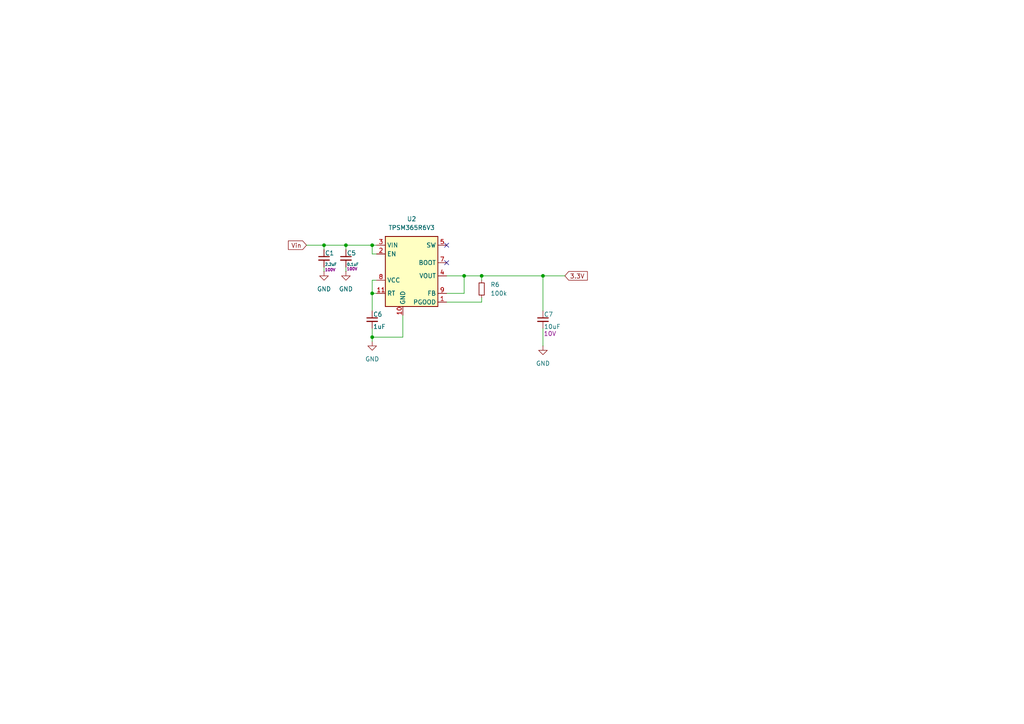
<source format=kicad_sch>
(kicad_sch (version 20231120) (generator "eeschema") (generator_version "8.0")
  (paper "A4")
  (lib_symbols
    (symbol "Device:C_Small" (pin_numbers hide) (pin_names (offset 0.254) hide)
      (property "Reference" "C" (at 0.254 1.778 0))
      (property "Value" "C_Small" (at 0.254 -2.032 0))
      (symbol "C_Small_0_1"
        (polyline (pts (xy -1.524 -0.508) (xy 1.524 -0.508)) (stroke (width 0.3302)))
        (polyline (pts (xy -1.524 0.508) (xy 1.524 0.508)) (stroke (width 0.3048)))
      )
      (symbol "C_Small_1_1"
        (pin passive line (at 0 2.54 270) (length 2.032) (name "~") (number "1"))
        (pin passive line (at 0 -2.54 90) (length 2.032) (name "~") (number "2"))
      )
    )
    (symbol "Device:R_Small" (pin_numbers hide) (pin_names (offset 0.254) hide)
      (property "Reference" "R" (at 0.762 0.508 0))
      (property "Value" "R_Small" (at 0.762 -1.016 0))
      (symbol "R_Small_0_1"
        (rectangle (start -0.762 1.778) (end 0.762 -1.778) (stroke (width 0.2032)))
      )
      (symbol "R_Small_1_1"
        (pin passive line (at 0 2.54 270) (length 0.762) (name "~") (number "1"))
        (pin passive line (at 0 -2.54 90) (length 0.762) (name "~") (number "2"))
      )
    )
    (symbol "Enerwize:TPSM365R6"
      (property "Reference" "U" (at 0 15.24 0))
      (property "Value" " TPSM365R6" (at -6.858 11.938 0))
      (symbol "TPSM365R6_0_1"
        (rectangle (start -7.62 10.16) (end 7.62 -10.16) (stroke (width 0.254)) (fill (type background)))
      )
      (symbol "TPSM365R6_1_1"
        (pin open_collector line (at 10.16 -8.89 180) (length 2.54) (name "PGOOD") (number "1"))
        (pin power_in line (at -2.54 -12.7 90) (length 2.54) (name "GND") (number "10"))
        (pin passive line (at -10.16 -6.35 0) (length 2.54) (name "RT") (number "11"))
        (pin input line (at -10.16 5.08 0) (length 2.54) (name "EN") (number "2"))
        (pin power_in line (at -10.16 7.62 0) (length 2.54) (name "VIN") (number "3"))
        (pin power_out line (at 10.16 -1.27 180) (length 2.54) (name "VOUT") (number "4"))
        (pin power_out line (at 10.16 7.62 180) (length 2.54) (name "SW") (number "5"))
        (pin power_out line (at 10.16 7.62 180) (length 2.54) hide (name "SW") (number "6"))
        (pin power_out line (at 10.16 2.54 180) (length 2.54) (name "BOOT") (number "7"))
        (pin passive line (at -10.16 -2.54 0) (length 2.54) (name "VCC") (number "8"))
        (pin input line (at 10.16 -6.35 180) (length 2.54) (name "FB") (number "9"))
      )
    )
    (symbol "power:GND" (power) (pin_numbers hide) (pin_names (offset 0) hide)
      (property "Value" "GND" (at 0 -3.81 0))
      (symbol "GND_0_1"
        (polyline (pts (xy 0 0) (xy 0 -1.27) (xy 1.27 -1.27) (xy 0 -2.54) (xy -1.27 -1.27) (xy 0 -1.27)))
      )
      (symbol "GND_1_1"
        (pin power_in line (at 0 0 270) (length 0) (name "~") (number "1"))
      )
    )
  )
  (junction (at 157.48 80.01))
  (junction (at 93.98 71.12))
  (junction (at 100.33 71.12))
  (junction (at 107.95 85.09))
  (junction (at 107.95 71.12))
  (junction (at 139.7 80.01))
  (junction (at 134.62 80.01))
  (junction (at 107.95 97.79))
  (no_connect (at 129.54 76.2))
  (no_connect (at 129.54 71.12))
  (wire (pts (xy 107.95 73.66) (xy 109.22 73.66)))
  (wire (pts (xy 129.54 85.09) (xy 134.62 85.09)))
  (wire (pts (xy 116.84 97.79) (xy 107.95 97.79)))
  (wire (pts (xy 107.95 95.25) (xy 107.95 97.79)))
  (wire (pts (xy 93.98 77.47) (xy 93.98 78.74)))
  (wire (pts (xy 157.48 80.01) (xy 163.83 80.01)))
  (wire (pts (xy 139.7 81.28) (xy 139.7 80.01)))
  (wire (pts (xy 107.95 85.09) (xy 109.22 85.09)))
  (wire (pts (xy 157.48 100.33) (xy 157.48 95.25)))
  (wire (pts (xy 93.98 71.12) (xy 100.33 71.12)))
  (wire (pts (xy 100.33 77.47) (xy 100.33 78.74)))
  (wire (pts (xy 139.7 87.63) (xy 129.54 87.63)))
  (wire (pts (xy 139.7 80.01) (xy 134.62 80.01)))
  (wire (pts (xy 93.98 71.12) (xy 93.98 72.39)))
  (wire (pts (xy 107.95 71.12) (xy 107.95 73.66)))
  (wire (pts (xy 139.7 80.01) (xy 157.48 80.01)))
  (wire (pts (xy 139.7 86.36) (xy 139.7 87.63)))
  (wire (pts (xy 107.95 97.79) (xy 107.95 99.06)))
  (wire (pts (xy 100.33 71.12) (xy 100.33 72.39)))
  (wire (pts (xy 134.62 80.01) (xy 129.54 80.01)))
  (wire (pts (xy 88.9 71.12) (xy 93.98 71.12)))
  (wire (pts (xy 116.84 91.44) (xy 116.84 97.79)))
  (wire (pts (xy 107.95 85.09) (xy 107.95 90.17)))
  (wire (pts (xy 100.33 71.12) (xy 107.95 71.12)))
  (wire (pts (xy 157.48 80.01) (xy 157.48 90.17)))
  (wire (pts (xy 134.62 85.09) (xy 134.62 80.01)))
  (wire (pts (xy 109.22 81.28) (xy 107.95 81.28)))
  (wire (pts (xy 107.95 71.12) (xy 109.22 71.12)))
  (wire (pts (xy 107.95 81.28) (xy 107.95 85.09)))
  (global_label "Vin" (shape input) (at 88.9 71.12 180) (property "Intersheetrefs" "${INTERSHEET_REFS}" (effects (hide yes))))
  (global_label "3.3V" (shape input) (at 163.83 80.01 0) (property "Intersheetrefs" "${INTERSHEET_REFS}" (effects (hide yes))))
  (symbol (lib_id "Enerwize:TPSM365R6") (at 119.38 78.74 0) (unit 1)
    (property "Reference" "U2" (at 119.38 63.5 0))
    (property "Value" "TPSM365R6V3" (at 119.38 66.04 0))
    (property "Footprint" "Enerwize:QFN-FCMOD - 2.1 mm max height" (effects (hide yes)))
    (property "Datasheet" "https://www.ti.com/lit/ds/symlink/tpsm365r6.pdf" (effects (hide yes)))
    (property "Description" "65-V input, 600mA, stepdown, DC/DC converter" (effects (hide yes)))
  )
  (symbol (lib_id "power:GND") (at 100.33 78.74 0) (unit 1)
    (property "Reference" "#PWR05" (effects (hide yes)))
    (property "Value" "GND" (at 100.33 83.82 0))
    (property "Description" "Power symbol creates a global label with name \"GND\" , ground" (effects (hide yes)))
  )
  (symbol (lib_id "power:GND") (at 107.95 99.06 0) (unit 1)
    (property "Reference" "#PWR07" (effects (hide yes)))
    (property "Value" "GND" (at 107.95 104.14 0))
    (property "Description" "Power symbol creates a global label with name \"GND\" , ground" (effects (hide yes)))
  )
  (symbol (lib_id "Device:R_Small") (at 139.7 83.82 0) (unit 1)
    (property "Reference" "R6" (at 142.24 82.5499 0) (effects (justify left)))
    (property "Value" "100k" (at 142.24 85.0899 0) (effects (justify left)))
    (property "Footprint" "Resistor_SMD:R_0603_1608Metric" (effects (hide yes)))
    (property "Description" "Resistor, small symbol" (effects (hide yes)))
    (property "LCSC Part #" "C14675" (effects (hide yes)))
  )
  (symbol (lib_id "Device:C_Small") (at 100.33 74.93 0) (unit 1)
    (property "Reference" "C5" (at 100.584 73.406 0) (effects (justify left)))
    (property "Value" "0.1uF" (at 100.584 76.708 0) (effects (font (size 0.8 0.8)) (justify left)))
    (property "Footprint" "Capacitor_SMD:C_0603_1608Metric" (effects (hide yes)))
    (property "Description" "Unpolarized capacitor, small symbol" (effects (hide yes)))
    (property "Voltage" "100V" (at 102.108 77.978 0) (effects (font (size 0.8 0.8))))
    (property "LCSC Part #" "C696916" (effects (hide yes)))
  )
  (symbol (lib_id "power:GND") (at 93.98 78.74 0) (unit 1)
    (property "Reference" "#PWR02" (effects (hide yes)))
    (property "Value" "GND" (at 93.98 83.82 0))
    (property "Description" "Power symbol creates a global label with name \"GND\" , ground" (effects (hide yes)))
  )
  (symbol (lib_id "Device:C_Small") (at 93.98 74.93 0) (unit 1)
    (property "Reference" "C1" (at 94.234 73.406 0) (effects (justify left)))
    (property "Value" "2.2uF" (at 94.234 76.708 0) (effects (font (size 0.8 0.8)) (justify left)))
    (property "Footprint" "Capacitor_SMD:C_0805_2012Metric" (effects (hide yes)))
    (property "Description" "Unpolarized capacitor, small symbol" (effects (hide yes)))
    (property "Voltage" "100V" (at 95.758 78.232 0) (effects (font (size 0.8 0.8))))
    (property "LCSC Part #" "C22367838" (effects (hide yes)))
  )
  (symbol (lib_id "power:GND") (at 157.48 100.33 0) (unit 1)
    (property "Reference" "#PWR015" (effects (hide yes)))
    (property "Value" "GND" (at 157.48 105.41 0))
    (property "Description" "Power symbol creates a global label with name \"GND\" , ground" (effects (hide yes)))
  )
  (symbol (lib_id "Device:C_Small") (at 157.48 92.71 0) (unit 1)
    (property "Reference" "C7" (at 157.734 91.186 0) (effects (justify left)))
    (property "Value" "10uF" (at 157.734 94.742 0) (effects (justify left)))
    (property "Footprint" "Capacitor_SMD:C_0603_1608Metric" (effects (hide yes)))
    (property "Description" "Unpolarized capacitor, small symbol" (effects (hide yes)))
    (property "Voltage" "10V" (at 159.512 96.774 0))
    (property "LCSC Part #" "C2959727" (effects (hide yes)))
  )
  (symbol (lib_id "Device:C_Small") (at 107.95 92.71 0) (unit 1)
    (property "Reference" "C6" (at 108.204 91.186 0) (effects (justify left)))
    (property "Value" "1uF" (at 108.204 94.742 0) (effects (justify left)))
    (property "Footprint" "Capacitor_SMD:C_0603_1608Metric" (effects (hide yes)))
    (property "Description" "Unpolarized capacitor, small symbol" (effects (hide yes)))
    (property "LCSC Part #" "C6119860 " (effects (hide yes)))
    (property "Voltage" "16V" (effects (hide yes)))
  )
)
</source>
